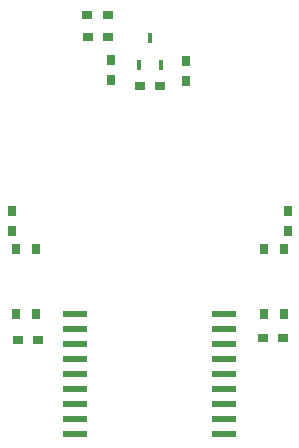
<source format=gbr>
G04 DipTrace 3.2.0.1*
G04 BottomPaste.gbr*
%MOMM*%
G04 #@! TF.FileFunction,Paste,Bot*
G04 #@! TF.Part,Single*
%ADD51R,2.1X0.6*%
%ADD53R,0.75X0.9*%
%ADD63R,0.45X0.85*%
%ADD71R,0.9X0.8*%
%ADD73R,0.8X0.9*%
%FSLAX35Y35*%
G04*
G71*
G90*
G75*
G01*
G04 BotPaste*
%LPD*%
D73*
X-325463Y2042887D3*
Y2212887D3*
D71*
X-358043Y2587177D3*
X-528043D3*
D73*
X1168487Y763620D3*
Y933620D3*
X-1167770Y929203D3*
Y759203D3*
D63*
X95200Y2167190D3*
X-94800D3*
X200Y2397190D3*
D71*
X87150Y1991823D3*
X-82850D3*
D73*
X306373Y2199010D3*
Y2029010D3*
D71*
X1126237Y-144770D3*
X956237D3*
X-944417Y-158057D3*
X-1114417D3*
X-526863Y2405080D3*
X-356863D3*
D53*
X965000Y612500D3*
X1135000D3*
X965000Y57500D3*
X1135000D3*
X-1135000Y612500D3*
X-965000D3*
X-1135000Y57500D3*
X-965000D3*
D51*
X630000Y61000D3*
X-630000D3*
Y-66000D3*
Y-193000D3*
Y-320000D3*
Y-447000D3*
Y-574000D3*
Y-701000D3*
Y-828000D3*
Y-955000D3*
X630000Y-66000D3*
Y-193000D3*
Y-320000D3*
Y-447000D3*
Y-574000D3*
Y-701000D3*
Y-828000D3*
Y-955000D3*
M02*

</source>
